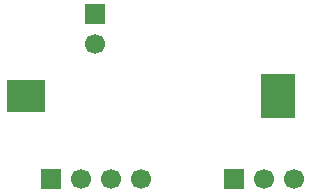
<source format=gbr>
G04 #@! TF.FileFunction,Soldermask,Bot*
%FSLAX46Y46*%
G04 Gerber Fmt 4.6, Leading zero omitted, Abs format (unit mm)*
G04 Created by KiCad (PCBNEW 4.0.0-rc1-stable) date 16.11.2015 3:08:45*
%MOMM*%
G01*
G04 APERTURE LIST*
%ADD10C,0.100000*%
%ADD11R,3.199740X2.800960*%
%ADD12R,2.999080X3.799180*%
%ADD13R,1.700000X1.700000*%
%ADD14C,1.700000*%
G04 APERTURE END LIST*
D10*
D11*
X127358160Y-87683100D03*
D12*
X148656060Y-87683100D03*
D13*
X133141200Y-80761400D03*
D14*
X133141200Y-83301400D03*
D13*
X129473400Y-94697400D03*
D14*
X132013400Y-94697400D03*
X134553400Y-94697400D03*
X137093400Y-94697400D03*
D13*
X144921100Y-94732500D03*
D14*
X147461100Y-94732500D03*
X150001100Y-94732500D03*
M02*

</source>
